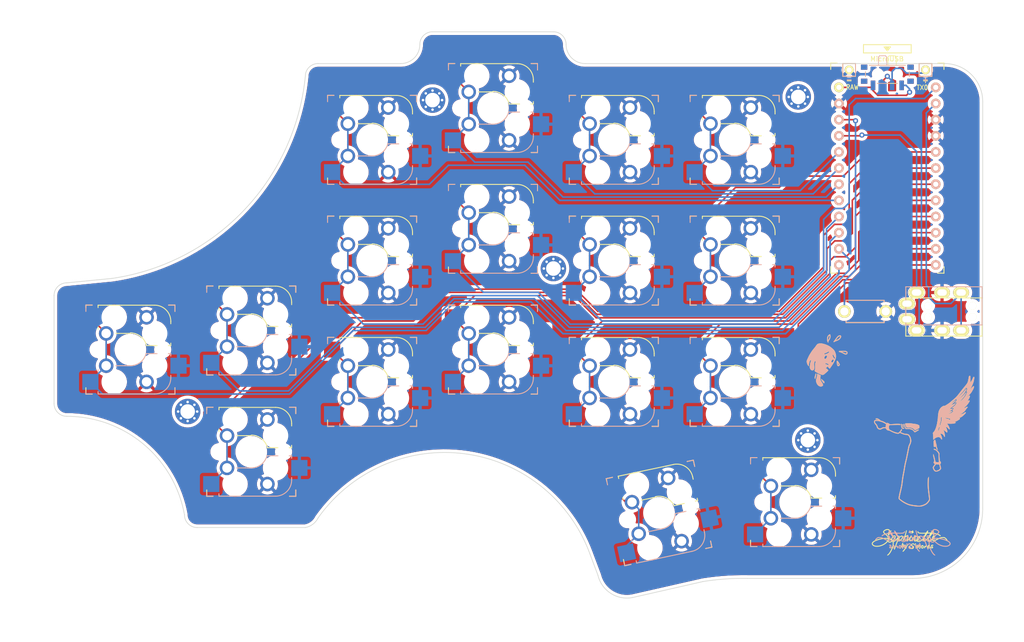
<source format=kicad_pcb>
(kicad_pcb (version 20211014) (generator pcbnew)
  (title_block (title "The Sephirette") (date "2022-01-02") (rev "1"))
  (layers (0 "F.Cu" signal) (31 "B.Cu" signal) (34 "B.Paste" user) (35 "F.Paste" user) (36 "B.SilkS" user "B.Silkscreen") (37 "F.SilkS" user "F.Silkscreen") (38 "B.Mask" user) (39 "F.Mask" user) (44 "Edge.Cuts" user))
  (net 0 "")
  (net 1 "bat+")
  (net 2 "gnd")
  (net 3 "K0")
  (net 4 "K5")
  (net 5 "K10")
  (net 6 "K1")
  (net 7 "K6")
  (net 8 "K11")
  (net 9 "K2")
  (net 10 "K7")
  (net 11 "K12")
  (net 12 "K3")
  (net 13 "K8")
  (net 14 "K13")
  (net 15 "K15")
  (net 16 "K4")
  (net 17 "K9")
  (net 18 "K14")
  (net 19 "K16")
  (net 20 "reset")
  (net 22 "raw")
  (net 23 "vcc")
  (net 26 "K17")
  (footprint "keyswitches:Kailh_socket_MX_optional_reversible" (layer "F.Cu") (at 99.5 101.83)
    (fp_text reference "SW11" hide)
    (fp_text value "SW_Push" hide)
  )
  (footprint "kbd:MJ-4PP-9" (layer "F.Cu") (at 214.4 80.625 -90)
    (fp_text reference "J0" hide)
    (fp_text value "AudioJack4dpb" hide)
  )
  (footprint "art:sephirette-paste" (layer "F.Cu") (at 201 98)
    (fp_text reference "G***" hide)
    (fp_text value "LOGO" hide)
  )
  (footprint "keyswitches:Kailh_socket_MX_optional_reversible" (layer "F.Cu") (at 175.5 90.83)
    (fp_text reference "SW15" hide)
    (fp_text value "SW_Push" hide)
  )
  (footprint "keyswitches:Kailh_socket_MX_optional_reversible" (layer "F.Cu") (at 156.5 90.83)
    (fp_text reference "SW14" hide)
    (fp_text value "SW_Push" hide)
  )
  (footprint "kbd:ResetSW" (layer "F.Cu") (at 196 79.75 180)
    (fp_text reference "SW18" hide)
    (fp_text value "SW_Push" hide)
  )
  (footprint "kbd:M2_HOLE_v3" (layer "F.Cu") (at 185.5 46)
    (fp_text reference "Ref**" hide)
    (fp_text value "Val**" hide)
  )
  (footprint "art:sephirette-silk" (layer "F.Cu") (at 201 98)
    (fp_text reference "G***" hide)
    (fp_text value "LOGO" hide)
  )
  (footprint "keyswitches:Kailh_socket_MX_optional_reversible" (layer "F.Cu") (at 99.5 82.75)
    (fp_text reference "SW6" hide)
    (fp_text value "SW_Push" hide)
  )
  (footprint "kbd:M2_HOLE_v3" (layer "F.Cu") (at 128 46.5)
    (fp_text reference "Ref**" hide)
    (fp_text value "Val**" hide)
  )
  (footprint "kbd:M2_HOLE_v3" (layer "F.Cu") (at 187 100)
    (fp_text reference "Ref**" hide)
    (fp_text value "Val**" hide)
  )
  (footprint "keyswitches:Kailh_socket_MX_optional_reversible" (layer "F.Cu") (at 156.5 71.75)
    (fp_text reference "SW9" hide)
    (fp_text value "SW_Push" hide)
  )
  (footprint "keyswitches:Kailh_socket_MX_optional_reversible" (layer "F.Cu") (at 118.5 52.75)
    (fp_text reference "SW1" hide)
    (fp_text value "SW_Push" hide)
  )
  (footprint "kbd:1pin_conn" (layer "F.Cu") (at 205.5 41.75)
    (fp_text reference "+")
    (fp_text value "MountingHole_Pad" hide)
  )
  (footprint "kbd:ProMicro_v3.5" (layer "F.Cu") (at 199.5 58.975)
    (fp_text reference "U1" hide)
    (fp_text value "ProMicro_r" hide)
  )
  (footprint "keyswitches:Kailh_socket_MX_optional_reversible" (layer "F.Cu") (at 163.611285 111.45 12)
    (fp_text reference "SW16" hide)
    (fp_text value "SW_Push" hide)
  )
  (footprint "Button_Switch_SMD:SW_SPDT_PCM12" (layer "F.Cu") (at 199.5 42.75 180)
    (fp_text reference "SW19" hide)
    (fp_text value "SW_SPDT" hide)
  )
  (footprint "keyswitches:Kailh_socket_MX_optional_reversible" (layer "F.Cu") (at 80.5 85.75)
    (fp_text reference "SW5" hide)
    (fp_text value "SW_Push" hide)
  )
  (footprint "art:sephirette-silk" (layer "F.Cu") (at 201 98)
    (fp_text reference "G***" hide)
    (fp_text value "LOGO" hide)
  )
  (footprint "kbd:M2_HOLE_v3" (layer "F.Cu") (at 89.5 95.5)
    (fp_text reference "Ref**" hide)
    (fp_text value "Val**" hide)
  )
  (footprint "keyswitches:Kailh_socket_MX_optional_reversible" (layer "F.Cu") (at 175.5 52.75)
    (fp_text reference "SW4" hide)
    (fp_text value "SW_Push" hide)
  )
  (footprint "kbd:M2_HOLE_v3" (layer "F.Cu") (at 147 73)
    (fp_text reference "Ref**" hide)
    (fp_text value "Val**" hide)
  )
  (footprint "kbd:1pin_conn" (layer "F.Cu") (at 193.5 41.75)
    (fp_text reference "-")
    (fp_text value "MountingHole_Pad" hide)
  )
  (footprint "keyswitches:Kailh_socket_MX_optional_reversible" (layer "F.Cu") (at 185 109.75)
    (fp_text reference "SW17" hide)
    (fp_text value "SW_Push" hide)
  )
  (footprint "keyswitches:Kailh_socket_MX_optional_reversible" (layer "F.Cu") (at 118.5 90.83)
    (fp_text reference "SW12" hide)
    (fp_text value "SW_Push" hide)
  )
  (footprint "art:sephirette-paste" (layer "F.Cu") (at 201 98)
    (fp_text reference "G***" hide)
    (fp_text value "LOGO" hide)
  )
  (footprint "art:sephirette-title" (layer "F.Cu") (at 201.450057 98.095998)
    (fp_text reference "G***" hide)
    (fp_text value "LOGO" hide)
  )
  (footprint "keyswitches:Kailh_socket_MX_optional_reversible" (layer "F.Cu") (at 137.5 47.75)
    (fp_text reference "SW2" hide)
    (fp_text value "SW_Push" hide)
  )
  (footprint "keyswitches:Kailh_socket_MX_optional_reversible" (layer "F.Cu") (at 118.5 71.75)
    (fp_text reference "SW7" hide)
    (fp_text value "SW_Push" hide)
  )
  (footprint "keyswitches:Kailh_socket_MX_optional_reversible" (layer "F.Cu") (at 175.5 71.75)
    (fp_text reference "SW10" hide)
    (fp_text value "SW_Push" hide)
  )
  (footprint "keyswitches:Kailh_socket_MX_optional_reversible" (layer "F.Cu") (at 156.5 52.75)
    (fp_text reference "SW3" hide)
    (fp_text value "SW_Push" hide)
  )
  (footprint "keyswitches:Kailh_socket_MX_optional_reversible" (layer "F.Cu") (at 137.5 66.75)
    (fp_text reference "SW8" hide)
    (fp_text value "SW_Push" hide)
  )
  (footprint "keyswitches:Kailh_socket_MX_optional_reversible" (layer "F.Cu") (at 137.5 85.75)
    (fp_text reference "SW13" hide)
    (fp_text value "SW_Push" hide)
  )
  (footprint "Button_Switch_SMD:SW_SPDT_PCM12" (layer "B.Cu") (at 199.5 42.75)
    (fp_text reference "SW20" hide)
    (fp_text value "SW_SPDT" hide)
  )
  (footprint "art:sephirette-title" (layer "B.Cu") (at 205.049944 98.095998 180)
    (fp_text reference "G***" hide)
    (fp_text value "LOGO" hide)
  )
  (gr_line (start 131 35.75) (end 128 35.75) (layer "Edge.Cuts") (width 0.1))
  (gr_arc (start 108 42.75) (mid 108.585786 41.335786) (end 110 40.75) (layer "Edge.Cuts") (width 0.1))
  (gr_arc (start 70.5 96.25) (mid 82.567518 100.637156) (end 89 111.75) (layer "Edge.Cuts") (width 0.1))
  (gr_line (start 77.609825 74.554244) (end 70.5 75.25) (layer "Edge.Cuts") (width 0.1))
  (gr_line (start 193.5 121.75) (end 177.5 121.75) (layer "Edge.Cuts") (width 0.1))
  (gr_line (start 68.5 94.25) (end 68.5 77.25) (layer "Edge.Cuts") (width 0.1))
  (gr_line (start 147 35.75) (end 131 35.75) (layer "Edge.Cuts") (width 0.1))
  (gr_line (start 214.5 46.75) (end 214.5 110.75) (layer "Edge.Cuts") (width 0.1))
  (gr_arc (start 110 112.25) (mid 133.055525 102.147309) (end 152.7247 117.855434) (layer "Edge.Cuts") (width 0.1))
  (gr_arc (start 91 113.75) (mid 89.585786 113.164214) (end 89 111.75) (layer "Edge.Cuts") (width 0.1))
  (gr_arc (start 126 37.75) (mid 125.12132 39.87132) (end 123 40.75) (layer "Edge.Cuts") (width 0.1))
  (gr_arc (start 208.5 40.75) (mid 212.742641 42.507359) (end 214.5 46.75) (layer "Edge.Cuts") (width 0.1))
  (gr_arc (start 70.5 96.25) (mid 69.085786 95.664214) (end 68.5 94.25) (layer "Edge.Cuts") (width 0.1))
  (gr_arc (start 147 35.75) (mid 148.414214 36.335786) (end 149 37.75) (layer "Edge.Cuts") (width 0.1))
  (gr_arc (start 107.999999 42.75) (mid 98.29083 63.894127) (end 77.609825 74.554244) (layer "Edge.Cuts") (width 0.1))
  (gr_arc (start 68.5 77.25) (mid 69.085786 75.835786) (end 70.5 75.25) (layer "Edge.Cuts") (width 0.1))
  (gr_arc (start 126 37.75) (mid 126.585786 36.335786) (end 128 35.75) (layer "Edge.Cuts") (width 0.1))
  (gr_arc (start 152 40.75) (mid 149.87868 39.87132) (end 149 37.75) (layer "Edge.Cuts") (width 0.1))
  (gr_arc (start 159.5 124.75) (mid 156.040103 124.115553) (end 154 121.25) (layer "Edge.Cuts") (width 0.1))
  (gr_line (start 152 40.75) (end 208.5 40.75) (layer "Edge.Cuts") (width 0.1))
  (gr_line (start 159.5 124.75) (end 170.5 122.25) (layer "Edge.Cuts") (width 0.1))
  (gr_line (start 152.7247 117.855434) (end 154 121.25) (layer "Edge.Cuts") (width 0.1))
  (gr_line (start 91 113.75) (end 108 113.75) (layer "Edge.Cuts") (width 0.1))
  (gr_line (start 123 40.75) (end 110 40.75) (layer "Edge.Cuts") (width 0.1))
  (gr_line (start 203.5 121.75) (end 193.5 121.75) (layer "Edge.Cuts") (width 0.1))
  (gr_arc (start 170.5 122.25) (mid 173.989253 121.849546) (end 177.5 121.75) (layer "Edge.Cuts") (width 0.1))
  (gr_arc (start 214.5 110.75) (mid 211.278175 118.528175) (end 203.5 121.75) (layer "Edge.Cuts") (width 0.1))
  (gr_arc (start 109.999999 112.25) (mid 109.17705 113.236068) (end 108 113.75) (layer "Edge.Cuts") (width 0.1))
  (gr_text "-" (at 193.5 43.25) (layer "B.SilkS") (effects (font (size 0.8128 0.8128)) (justify mirror)))
  (gr_text "+" (at 205.494759 43.236042) (layer "B.SilkS") (effects (font (size 0.8128 0.8128)) (justify mirror)))
  (segment (start 198.75 43.5) (end 199.5 42.75) (width 0.25) (layer "F.Cu") (net 1))
  (segment (start 198.75 44.18) (end 198.75 43.5) (width 0.25) (layer "F.Cu") (net 1))
  (via (at 199.5 42.75) (size 0.8) (drill 0.4) (layers "F.Cu" "B.Cu") (net 1))
  (segment (start 205 42.25) (end 205.5 41.75) (width 0.25) (layer "B.Cu") (net 1))
  (segment (start 200.25 44.18) (end 200.25 42) (width 0.25) (layer "B.Cu") (net 1))
  (segment (start 200.75 41.5) (end 201.75 41.5) (width 0.25) (layer "B.Cu") (net 1))
  (segment (start 200.25 42) (end 200.75 41.5) (width 0.25) (layer "B.Cu") (net 1))
  (segment (start 201.75 41.5) (end 202.5 42.25) (width 0.25) (layer "B.Cu") (net 1))
  (segment (start 199.5 42.75) (end 200.25 43.5) (width 0.25) (layer "B.Cu") (net 1))
  (segment (start 200.25 43.5) (end 200.25 44.18) (width 0.25) (layer "B.Cu") (net 1))
  (segment (start 202.5 42.25) (end 205 42.25) (width 0.25) (layer "B.Cu") (net 1))
  (segment (start 112.21 47.73) (end 114.69 50.21) (width 0.25) (layer "F.Cu") (net 3))
  (segment (start 112.21 47.67) (end 112.21 47.73) (width 0.25) (layer "F.Cu") (net 3))
  (segment (start 112.21 57.83) (end 112.21 57.77) (width 0.25) (layer "B.Cu") (net 3))
  (segment (start 148.027 62.277) (end 191.8914 62.277) (width 0.25) (layer "B.Cu") (net 3))
  (segment (start 127.5 59.75) (end 130.5 56.75) (width 0.25) (layer "B.Cu") (net 3))
  (segment (start 130.5 56.75) (end 142.5 56.75) (width 0.25) (layer "B.Cu") (net 3))
  (segment (start 142.5 56.75) (end 148.027 62.277) (width 0.25) (layer "B.Cu") (net 3))
  (segment (start 112.21 57.77) (end 114.69 55.29) (width 0.25) (layer "B.Cu") (net 3))
  (segment (start 114.13 59.75) (end 127.5 59.75) (width 0.25) (layer "B.Cu") (net 3))
  (segment (start 114.69 55.29) (end 114.69 50.21) (width 0.25) (layer "B.Cu") (net 3))
  (segment (start 112.21 57.83) (end 114.13 59.75) (width 0.25) (layer "B.Cu") (net 3))
  (segment (start 93.21 77.67) (end 93.21 77.73) (width 0.25) (layer "F.Cu") (net 4))
  (segment (start 93.21 77.73) (end 95.69 80.21) (width 0.25) (layer "F.Cu") (net 4))
  (segment (start 183 82.75) (end 191.8914 73.8586) (width 0.25) (layer "B.Cu") (net 4))
  (segment (start 95.69 85.29) (end 95.69 80.21) (width 0.25) (layer "B.Cu") (net 4))
  (segment (start 144 77.75) (end 149 82.75) (width 0.25) (layer "B.Cu") (net 4))
  (segment (start 149 82.75) (end 183 82.75) (width 0.25) (layer "B.Cu") (net 4))
  (segment (start 191.8914 73.8586) (end 191.8914 72.437) (width 0.25) (layer "B.Cu") (net 4))
  (segment (start 131.364282 77.75) (end 144 77.75) (width 0.25) (layer "B.Cu") (net 4))
  (segment (start 93.21 87.83) (end 93.21 87.77) (width 0.25) (layer "B.Cu") (net 4))
  (segment (start 115.364282 82.25) (end 126.864282 82.25) (width 0.25) (layer "B.Cu") (net 4))
  (segment (start 105.364282 92.25) (end 115.364282 82.25) (width 0.25) (layer "B.Cu") (net 4))
  (segment (start 93.21 87.77) (end 95.69 85.29) (width 0.25) (layer "B.Cu") (net 4))
  (segment (start 93.21 87.83) (end 97.63 92.25) (width 0.25) (layer "B.Cu") (net 4))
  (segment (start 126.864282 82.25) (end 131.364282 77.75) (width 0.25) (layer "B.Cu") (net 4))
  (segment (start 97.63 92.25) (end 105.364282 92.25) (width 0.25) (layer "B.Cu") (net 4))
  (segment (start 193.5 65.95) (end 193.5 59.65) (width 0.25) (layer "F.Cu") (net 5))
  (segment (start 113.5 80.75) (end 124.5 80.75) (width 0.25) (layer "F.Cu") (net 5))
  (segment (start 93.21 96.75) (end 93.5 96.75) (width 0.25) (layer "F.Cu") (net 5))
  (segment (start 193.5 59.65) (end 195.953 57.197) (width 0.25) (layer "F.Cu") (net 5))
  (segment (start 93.5 96.75) (end 99.5 90.75) (width 0.25) (layer "F.Cu") (net 5))
  (segment (start 93.21 96.75) (end 93.21 96.81) (width 0.25) (layer "F.Cu") (net 5))
  (segment (start 154 79.75) (end 182.5 79.75) (width 0.25) (layer "F.Cu") (net 5))
  (segment (start 93.21 96.81) (end 95.69 99.29) (width 0.25) (layer "F.Cu") (net 5))
  (segment (start 150.5 76.25) (end 154 79.75) (width 0.25) (layer "F.Cu") (net 5))
  (segment (start 195.953 57.197) (end 207.1114 57.197) (width 0.25) (layer "F.Cu") (net 5))
  (segment (start 191.2 66.05) (end 193.4 66.05) (width 0.25) (layer "F.Cu") (net 5))
  (segment (start 103.5 90.75) (end 113.5 80.75) (width 0.25) (layer "F.Cu") (net 5))
  (segment (start 124.5 80.75) (end 129 76.25) (width 0.25) (layer "F.Cu") (net 5))
  (segment (start 189.5 67.75) (end 191.2 66.05) (width 0.25) (layer "F.Cu") (net 5))
  (segment (start 99.5 90.75) (end 103.5 90.75) (width 0.25) (layer "F.Cu") (net 5))
  (segment (start 193.4 66.05) (end 193.5 65.95) (width 0.25) (layer "F.Cu") (net 5))
  (segment (start 129 76.25) (end 150.5 76.25) (width 0.25) (layer "F.Cu") (net 5))
  (segment (start 182.5 79.75) (end 189.5 72.75) (width 0.25) (layer "F.Cu") (net 5))
  (segment (start 189.5 72.75) (end 189.5 67.75) (width 0.25) (layer "F.Cu") (net 5))
  (segment (start 93.21 106.85) (end 95.69 104.37) (width 0.25) (layer "B.Cu") (net 5))
  (segment (start 93.21 106.91) (end 93.21 106.85) (width 0.25) (layer "B.Cu") (net 5))
  (segment (start 95.69 104.37) (end 95.69 99.29) (width 0.25) (layer "B.Cu") (net 5))
  (segment (start 131.21 42.67) (end 131.21 42.73) (width 0.25) (layer "F.Cu") (net 6))
  (segment (start 131.21 42.73) (end 133.69 45.21) (width 0.25) (layer "F.Cu") (net 6))
  (segment (start 134.63 56.25) (end 143 56.25) (width 0.25) (layer "B.Cu") (net 6))
  (segment (start 131.21 52.77) (end 133.69 50.29) (width 0.25) (layer "B.Cu") (net 6))
  (segment (start 148.5 61.75) (end 189.8784 61.75) (width 0.25) (layer "B.Cu") (net 6))
  (segment (start 133.69 50.29) (end 133.69 45.21) (width 0.25) (layer "B.Cu") (net 6))
  (segment (start 143 56.25) (end 148.5 61.75) (width 0.25) (layer "B.Cu") (net 6))
  (segment (start 131.21 52.83) (end 131.21 52.77) (width 0.25) (layer "B.Cu") (net 6))
  (segment (start 189.8784 61.75) (end 191.8914 59.737) (width 0.25) (layer "B.Cu") (net 6))
  (segment (start 131.21 52.83) (end 134.63 56.25) (width 0.25) (layer "B.Cu") (net 6))
  (segment (start 112.21 66.67) (end 112.21 66.73) (width 0.25) (layer "F.Cu") (net 7))
  (segment (start 112.21 66.73) (end 114.69 69.21) (width 0.25) (layer "F.Cu") (net 7))
  (segment (start 112.21 76.83) (end 117.13 81.75) (width 0.25) (layer "B.Cu") (net 7))
  (segment (start 149.5 82.25) (end 182.5 82.25) (width 0.25) (layer "B.Cu") (net 7))
  (segment (start 190.5 74.25) (end 190.5 68.7484) (width 0.25) (layer "B.Cu") (net 7))
  (segment (start 126.5 81.75) (end 131 77.25) (width 0.25) (layer "B.Cu") (net 7))
  (segment (start 117.13 81.75) (end 126.5 81.75) (width 0.25) (layer "B.Cu") (net 7))
  (segment (start 131 77.25) (end 144.5 77.25) (width 0.25) (layer "B.Cu") (net 7))
  (segment (start 112.21 76.77) (end 114.69 74.29) (width 0.25) (layer "B.Cu") (net 7))
  (segment (start 144.5 77.25) (end 149.5 82.25) (width 0.25) (layer "B.Cu") (net 7))
  (segment (start 190.5 68.7484) (end 191.8914 67.357) (width 0.25) (layer "B.Cu") (net 7))
  (segment (start 182.5 82.25) (end 190.5 74.25) (width 0.25) (layer "B.Cu") (net 7))
  (segment (start 112.21 76.83) (end 112.21 76.77) (width 0.25) (layer "B.Cu") (net 7))
  (segment (start 114.69 74.29) (end 114.69 69.21) (width 0.25) (layer "B.Cu") (net 7))
  (segment (start 196.513 59.737) (end 207.1114 59.737) (width 0.25) (layer "F.Cu") (net 8))
  (segment (start 129.5 76.75) (end 150.364282 76.75) (width 0.25) (layer "F.Cu") (net 8))
  (segment (start 190 69.884862) (end 191.234862 68.65) (width 0.25) (layer "F.Cu") (net 8))
  (segment (start 117 81.25) (end 125 81.25) (width 0.25) (layer "F.Cu") (net 8))
  (segment (start 191.234862 68.65) (end 192.8 68.65) (width 0.25) (layer "F.Cu") (net 8))
  (segment (start 194 67.45) (end 194 62.25) (width 0.25) (layer "F.Cu") (net 8))
  (segment (start 112.5 85.75) (end 117 81.25) (width 0.25) (layer "F.Cu") (net 8))
  (segment (start 125 81.25) (end 129.5 76.75) (width 0.25) (layer "F.Cu") (net 8))
  (segment (start 150.364282 76.75) (end 153.813803 80.19952) (width 0.25) (layer "F.Cu") (net 8))
  (segment (start 190 73.25) (end 190 69.884862) (width 0.25) (layer "F.Cu") (net 8))
  (segment (start 112.21 85.81) (end 114.69 88.29) (width 0.25) (layer "F.Cu") (net 8))
  (segment (start 194 62.25) (end 196.513 59.737) (width 0.25) (layer "F.Cu") (net 8))
  (segment (start 192.8 68.65) (end 194 67.45) (width 0.25) (layer "F.Cu") (net 8))
  (segment (start 112.21 85.75) (end 112.21 85.81) (width 0.25) (layer "F.Cu") (net 8))
  (segment (start 183.05048 80.19952) (end 190 73.25) (width 0.25) (layer "F.Cu") (net 8))
  (segment (start 112.21 85.75) (end 112.5 85.75) (width 0.25) (layer "F.Cu") (net 8))
  (segment (start 153.813803 80.19952) (end 183.05048 80.19952) (width 0.25) (layer "F.Cu") (net 8))
  (segment (start 114.69 93.37) (end 114.69 88.29) (width 0.25) (layer "B.Cu") (net 8))
  (segment (start 112.21 95.85) (end 114.69 93.37) (width 0.25) (layer "B.Cu") (net 8))
  (segment (start 112.21 95.91) (end 112.21 95.85) (width 0.25) (layer "B.Cu") (net 8))
  (segment (start 150.21 47.67) (end 150.21 47.73) (width 0.25) (layer "F.Cu") (net 9))
  (segment (start 150.21 47.73) (end 152.69 50.21) (width 0.25) (layer "F.Cu") (net 9))
  (segment (start 150.21 57.83) (end 150.21 57.77) (width 0.25) (layer "B.Cu") (net 9))
  (segment (start 153.5 61.25) (end 187.8384 61.25) (width 0.25) (layer "B.Cu") (net 9))
  (segment (start 150.21 57.96) (end 153.5 61.25) (width 0.25) (layer "B.Cu") (net 9))
  (segment (start 187.8384 61.25) (end 191.8914 57.197) (width 0.25) (layer "B.Cu") (net 9))
  (segment (start 150.21 57.83) (end 150.21 57.96) (width 0.25) (layer "B.Cu") (net 9))
  (segment (start 150.21 57.77) (end 152.69 55.29) (width 0.25) (layer "B.Cu") (net 9))
  (segment (start 152.69 55.29) (end 152.69 50.21) (width 0.25) (layer "B.Cu") (net 9))
  (segment (start 131.21 61.67) (end 131.21 61.73) (width 0.25) (layer "F.Cu") (net 10))
  (segment (start 131.21 61.73) (end 133.69 64.21) (width 0.25) (layer "F.Cu") (net 10))
  (segment (start 182 81.75) (end 189.932141 73.817859) (width 0.25) (layer "B.Cu") (net 10))
  (segment (start 131.21 71.83) (end 131.21 71.96) (width 0.25) (layer "B.Cu") (net 10))
  (segment (start 133.69 69.29) (end 133.69 64.21) (width 0.25) (layer "B.Cu") (net 10))
  (segment (start 191.8914 64.817) (end 189.932141 66.776259) (width 0.25) (layer "B.Cu") (net 10))
  (segment (start 144.635718 76.75) (end 149.635718 81.75) (width 0.25) (layer "B.Cu") (net 10))
  (segment (start 149.635718 81.75) (end 182 81.75) (width 0.25) (layer "B.Cu") (net 10))
  (segment (start 131.21 71.77) (end 133.69 69.29) (width 0.25) (layer "B.Cu") (net 10))
  (segment (start 131.21 71.96) (end 136 76.75) (width 0.25) (layer "B.Cu") (net 10))
  (segment (start 189.932141 73.817859) (end 189.932141 66.776259) (width 0.25) (layer "B.Cu") (net 10))
  (segment (start 136 76.75) (end 144.635718 76.75) (width 0.25) (layer "B.Cu") (net 10))
  (segment (start 131.21 71.83) (end 131.21 71.77) (width 0.25) (layer "B.Cu") (net 10))
  (segment (start 183.5 80.75) (end 153.728564 80.75) (width 0.25) (layer "F.Cu") (net 11))
  (segment (start 190.5 73.75) (end 190.5 71.75) (width 0.25) (layer "F.Cu") (net 11))
  (segment (start 191.1 71.15) (end 193 71.15) (width 0.25) (layer "F.Cu") (net 11))
  (segment (start 193 71.15) (end 194.5 69.65) (width 0.25) (layer "F.Cu") (net 11))
  (segment (start 183.5 80.75) (end 190.5 73.75) (width 0.25) (layer "F.Cu") (net 11))
  (segment (start 131.21 80.73) (end 133.69 83.21) (width 0.25) (layer "F.Cu") (net 11))
  (segment (start 194.5 69.65) (end 194.5 64.75) (width 0.25) (layer "F.Cu") (net 11))
  (segment (start 131.21 80.67) (end 131.21 80.73) (width 0.25) (layer "F.Cu") (net 11))
  (segment (start 150.228564 77.25) (end 153.728564 80.75) (width 0.25) (layer "F.Cu") (net 11))
  (segment (start 194.5 64.75) (end 196.973 62.277) (width 0.25) (layer "F.Cu") (net 11))
  (segment (start 190.5 71.75) (end 191.1 71.15) (width 0.25) (layer "F.Cu") (net 11))
  (segment (start 196.973 62.277) (end 207.1114 62.277) (width 0.25) (layer "F.Cu") (net 11))
  (segment (start 134.63 77.25) (end 150.228564 77.25) (width 0.25) (layer "F.Cu") (net 11))
  (segment (start 131.21 80.67) (end 134.63 77.25) (width 0.25) (layer "F.Cu") (net 11))
  (segment (start 131.21 90.83) (end 131.21 90.77) (width 0.25) (layer "B.Cu") (net 11))
  (segment (start 133.69 88.29) (end 133.69 83.21) (width 0.25) (layer "B.Cu") (net 11))
  (segment (start 131.21 90.77) (end 133.69 88.29) (width 0.25) (layer "B.Cu") (net 11))
  (segment (start 169.21 47.67) (end 169.21 47.73) (width 0.25) (layer "F.Cu") (net 12))
  (segment (start 169.21 47.73) (end 171.69 50.21) (width 0.25) (layer "F.Cu") (net 12))
  (segment (start 169.21 57.77) (end 171.69 55.29) (width 0.25) (layer "B.Cu") (net 12))
  (segment (start 185.7984 60.75) (end 191.8914 54.657) (width 0.25) (layer "B.Cu") (net 12))
  (segment (start 169.21 57.96) (end 172 60.75) (width 0.25) (layer "B.Cu") (net 12))
  (segment (start 171.69 55.29) (end 171.69 50.21) (width 0.25) (layer "B.Cu") (net 12))
  (segment (start 169.21 57.83) (end 169.21 57.96) (width 0.25) (layer "B.Cu") (net 12))
  (segment (start 169.21 57.83) (end 169.21 57.77) (width 0.25) (layer "B.Cu") (net 12))
  (segment (start 172 60.75) (end 185.7984 60.75) (width 0.25) (layer "B.Cu") (net 12))
  (segment (start 150.21 66.73) (end 152.69 69.21) (width 0.25) (layer "F.Cu") (net 13))
  (segment (start 150.21 66.67) (end 150.21 66.73) (width 0.25) (layer "F.Cu") (net 13))
  (segment (start 181.5 81.25) (end 189.482621 73.267379) (width 0.25) (layer "B.Cu") (net 13))
  (segment (start 150.21 76.83) (end 150.21 76.77) (width 0.25) (layer "B.Cu") (net 13))
  (segment (start 152.69 74.29) (end 152.69 69.21) (width 0.25) (layer "B.Cu") (net 13))
  (segment (start 194.5 46.25) (end 205.3584 46.25) (width 0.25) (layer "B.Cu") (net 13))
  (segment (start 191.2 63.55) (end 192.6 63.55) (width 0.25) (layer "B.Cu") (net 13))
  (segment (start 154.63 81.25) (end 181.5 81.25) (width 0.25) (layer "B.Cu") (net 13))
  (segment (start 150.21 76.77) (end 152.69 74.29) (width 0.25) (layer "B.Cu") (net 13))
  (segment (start 192.6 63.55) (end 193.5 62.65) (width 0.25) (layer "B.Cu") (net 13))
  (segment (start 189.482621 73.267379) (end 189.482621 65.267379) (width 0.25) (layer "B.Cu") (net 13))
  (segment (start 193.5 47.25) (end 194.5 46.25) (width 0.25) (layer "B.Cu") (net 13))
  (segment (start 150.21 76.83) (end 154.63 81.25) (width 0.25) (layer "B.Cu") (net 13))
  (segment (start 205.3584 46.25) (end 207.1114 44.497) (width 0.25) (layer "B.Cu") (net 13))
  (segment (start 189.482621 65.267379) (end 191.2 63.55) (width 0.25) (layer "B.Cu") (net 13))
  (segment (start 193.5 62.65) (end 193.5 47.25) (width 0.25) (layer "B.Cu") (net 13))
  (segment (start 184 81.25) (end 191.5 73.75) (width 0.25) (layer "F.Cu") (net 14))
  (segment (start 197.433 64.817) (end 207.1114 64.817) (width 0.25) (layer "F.Cu") (net 14))
  (segment (start 150.21 85.75) (end 154.71 81.25) (width 0.25) (layer "F.Cu") (net 14))
  (segment (start 150.21 85.81) (end 152.69 88.29) (width 0.25) (layer "F.Cu") (net 14))
  (segment (start 191.5 73.75) (end 193 73.75) (width 0.25) (layer "F.Cu") (net 14))
  (segment (start 150.21 85.75) (end 150.21 85.81) (width 0.25) (layer "F.Cu") (net 14))
  (segment (start 193 73.75) (end 195 71.75) (width 0.25) (layer "F.Cu") (net 14))
  (segment (start 195 71.75) (end 195 67.25) (width 0.25) (layer "F.Cu") (net 14))
  (segment (start 195 67.25) (end 197.433 64.817) (width 0.25) (layer "F.Cu") (net 14))
  (segment (start 154.71 81.25) (end 184 81.25) (width 0.25) (layer "F.Cu") (net 14))
  (segment (start 150.21 95.91) (end 150.21 95.85) (width 0.25) (layer "B.Cu") (net 14))
  (segment (start 150.21 95.85) (end 152.69 93.37) (width 0.25) (layer "B.Cu") (net 14))
  (segment (start 152.69 93.37) (end 152.69 88.29) (width 0.25) (layer "B.Cu") (net 14))
  (segment (start 194 74.75) (end 192.5 74.75) (width 0.25) (layer "F.Cu") (net 15))
  (segment (start 158.371419 109.757649) (end 159.356447 109.757649) (width 0.25) (layer "F.Cu") (net 15))
  (segment (start 185.5 96.75) (end 180.5 101.75) (width 0.25) (layer "F.Cu") (net 15))
  (segment (start 207.1114 69.897) (end 198.853 69.897) (width 0.25) (layer "F.Cu") (net 15))
  (segment (start 192.5 74.75) (end 185.5 81.75) (width 0.25) (layer "F.Cu") (net 15))
  (segment (start 198.853 69.897) (end 194 74.75) (width 0.25) (layer "F.Cu") (net 15))
  (segment (start 180.5 101.75) (end 170 101.75) (width 0.25) (layer "F.Cu") (net 15))
  (segment (start 185.5 81.75) (end 185.5 96.75) (width 0.25) (layer "F.Cu") (net 15))
  (segment (start 156.402545 107.788775) (end 158.371419 109.757649) (width 0.25) (layer "F.Cu") (net 15))
  (segment (start 160.44132 103.75) (end 156.402545 107.788775) (width 0.25) (layer "F.Cu") (net 15))
  (segment (start 168 103.75) (end 160.44132 103.75) (width 0.25) (layer "F.Cu") (net 15))
  (segment (start 170 101.75) (end 168 103.75) (width 0.25) (layer "F.Cu") (net 15))
  (segment (start 160.412638 114.726638) (end 160.412638 110.81384) (width 0.25) (layer "B.Cu") (net 15))
  (segment (start 158.514928 117.726754) (end 158.514928 116.624348) (width 0.25) (layer "B.Cu") (net 15))
  (segment (start 160.412638 110.81384) (end 159.356447 109.757649) (width 0.25) (layer "B.Cu") (net 15))
  (segment (start 158.514928 116.624348) (end 160.412638 114.726638) (width 0.25) (layer "B.Cu") (net 15))
  (segment (start 74.21 80.67) (end 74.21 80.73) (width 0.25) (layer "F.Cu") (net 16))
  (segment (start 74.21 80.73) (end 76.69 83.21) (width 0.25) (layer "F.Cu") (net 16))
  (segment (start 143.5 78.25) (end 148.5 83.25) (width 0.25) (layer "B.Cu") (net 16))
  (segment (start 76.13 92.75) (end 105.5 92.75) (width 0.25) (layer "B.Cu") (net 16))
  (segment (start 74.21 90.77) (end 76.69 88.29) (width 0.25) (layer "B.Cu") (net 16))
  (segment (start 193.5 73.25) (end 193.5 71.5056) (width 0.25) (layer "B.Cu") (net 16))
  (segment (start 115.5 82.75) (end 127 82.75) (width 0.25) (layer "B.Cu") (net 16))
  (segment (start 74.21 90.83) (end 74.21 90.77) (width 0.25) (layer "B.Cu") (net 16))
  (segment (start 74.21 90.83) (end 76.13 92.75) (width 0.25) (layer "B.Cu") (net 16))
  (segment (start 76.69 88.29) (end 76.69 83.21) (width 0.25) (layer "B.Cu") (net 16))
  (segment (start 131.5 78.25) (end 143.5 78.25) (width 0.25) (layer "B.Cu") (net 16))
  (segment (start 183.5 83.25) (end 193.5 73.25) (width 0.25) (layer "B.Cu") (net 16))
  (segment (start 127 82.75) (end 131.5 78.25) (width 0.25) (layer "B.Cu") (net 16))
  (segment (start 148.5 83.25) (end 183.5 83.25) (width 0.25) (layer "B.Cu") (net 16))
  (segment (start 105.5 92.75) (end 115.5 82.75) (width 0.25) (layer "B.Cu") (net 16))
  (segment (start 193.5 71.5056) (end 191.8914 69.897) (width 0.25) (layer "B.Cu") (net 16))
  (segment (start 192.6 58.45) (end 196.393 54.657) (width 0.25) (layer "F.Cu") (net 17))
  (segment (start 169.21 66.73) (end 171.69 69.21) (width 0.25) (layer "F.Cu") (net 17))
  (segment (start 182.5 60.25) (end 184.3 58.45) (width 0.25) (layer "F.Cu") (net 17))
  (segment (start 175.63 60.25) (end 182.5 60.25) (width 0.25) (layer "F.Cu") (net 17))
  (segment (start 196.393 54.657) (end 207.1114 54.657) (width 0.25) (layer "F.Cu") (net 17))
  (segment (start 169.21 66.67) (end 169.21 66.73) (width 0.25) (layer "F.Cu") (net 17))
  (segment (start 184.3 58.45) (end 192.6 58.45) (width 0.25) (layer "F.Cu") (net 17))
  (segment (start 169.21 66.67) (end 175.63 60.25) (width 0.25) (layer "F.Cu") (net 17))
  (segment (start 169.21 76.83) (end 169.21 76.77) (width 0.25) (layer "B.Cu") (net 17))
  (segment (start 169.21 76.77) (end 171.69 74.29) (width 0.25) (layer "B.Cu") (net 17))
  (segment (start 171.69 74.29) (end 171.69 69.21) (width 0.25) (layer "B.Cu") (net 17))
  (segment (start 173.21 81.75) (end 184.5 81.75) (width 0.25) (layer "F.Cu") (net 18))
  (segment (start 198.107 67.357) (end 207.1114 67.357) (width 0.25) (layer "F.Cu") (net 18))
  (segment (start 195.5 72.25) (end 195.5 69.964) (width 0.25) (layer "F.Cu") (net 18))
  (segment (start 169.21 85.75) (end 169.21 85.81) (width 0.25) (layer "F.Cu") (net 18))
  (segment (start 169.21 85.81) (end 171.69 88.29) (width 0.25) (layer "F.Cu") (net 18))
  (segment (start 184.5 81.75) (end 192 74.25) (width 0.25) (layer "F.Cu") (net 18))
  (segment (start 195.5 69.964) (end 198.107 67.357) (width 0.25) (layer "F.Cu") (net 18))
  (segment (start 169.21 85.75) (end 173.21 81.75) (width 0.25) (layer "F.Cu") (net 18))
  (segment (start 193.5 74.25) (end 195.5 72.25) (width 0.25) (layer "F.Cu") (net 18))
  (segment (start 192 74.25) (end 193.5 74.25) (width 0.25) (layer "F.Cu") (net 18))
  (segment (start 169.21 95.91) (end 169.21 95.85) (width 0.25) (layer "B.Cu") (net 18))
  (segment (start 169.21 95.85) (end 171.69 93.37) (width 0.25) (layer "B.Cu") (net 18))
  (segment (start 171.69 93.37) (end 171.69 88.29) (width 0.25) (layer "B.Cu") (net 18))
  (segment (start 178.71 104.67) (end 178.71 104.54) (width 0.25) (layer "F.Cu") (net 19))
  (segment (start 178.71 104.67) (end 178.71 104.73) (width 0.25) (layer "F.Cu") (net 19))
  (segment (start 178.71 104.54) (end 186 97.25) (width 0.25) (layer "F.Cu") (net 19))
  (segment (start 186 82.25) (end 193 75.25) (width 0.25) (layer "F.Cu") (net 19))
  (segment (start 193 75.25) (end 194.5 75.25) (width 0.25) (layer "F.Cu") (net 19))
  (segment (start 194.5 75.25) (end 197.313 72.437) (width 0.25) (layer "F.Cu") (net 19))
  (segment (start 178.71 104.73) (end 181.19 107.21) (width 0.25) (layer "F.Cu") (net 19))
  (segment (start 197.313 72.437) (end 207.1114 72.437) (width 0.25) (layer "F.Cu") (net 19))
  (segment (start 186 97.25) (end 186 82.25) (width 0.25) (layer "F.Cu") (net 19))
  (segment (start 181.19 112.29) (end 181.19 107.21) (width 0.25) (layer "B.Cu") (net 19))
  (segment (start 178.71 114.83) (end 178.71 114.77) (width 0.25) (layer "B.Cu") (net 19))
  (segment (start 178.71 114.77) (end 181.19 112.29) (width 0.25) (layer "B.Cu") (net 19))
  (segment (start 194.5 49.75) (end 194.327 49.577) (width 0.25) (layer "F.Cu") (net 20))
  (segment (start 194.327 49.577) (end 191.8914 49.577) (width 0.25) (layer "F.Cu") (net 20))
  (via (at 194.5 49.75) (size 0.8) (drill 0.4) (layers "F.Cu" "B.Cu") (net 20))
  (segment (start 192.75 75) (end 194.5 73.25) (width 0.25) (layer "B.Cu") (net 20))
  (segment (start 192.75 79.75) (end 192.75 75) (width 0.25) (layer "B.Cu") (net 20))
  (segment (start 194.5 73.25) (end 194.5 49.75) (width 0.25) (layer "B.Cu") (net 20))
  (segment (start 197.25 44.18) (end 197.25 45) (width 0.25) (layer "F.Cu") (net 22))
  (segment (start 202.5 45.75) (end 203 45.25) (width 0.25) (layer "F.Cu") (net 22))
  (segment (start 198 45.75) (end 202.5 45.75) (width 0.25) (layer "F.Cu") (net 22))
  (segment (start 197.25 45) (end 198 45.75) (width 0.25) (layer "F.Cu") (net 22))
  (segment (start 191.8914 44.497) (end 196.933 44.497) (width 0.25) (layer "F.Cu") (net 22))
  (segment (start 196.933 44.497) (end 197.25 44.18) (width 0.25) (layer "F.Cu") (net 22))
  (via (at 203 45.25) (size 0.8) (drill 0.4) (layers "F.Cu" "B.Cu") (net 22))
  (segment (start 202.43 44.18) (end 201.75 44.18) (width 0.25) (layer "B.Cu") (net 22))
  (segment (start 203 45.25) (end 203 44.75) (width 0.25) (layer "B.Cu") (net 22))
  (segment (start 203 44.75) (end 202.43 44.18) (width 0.25) (layer "B.Cu") (net 22))
  (segment (start 195.5 52) (end 195.383 52.117) (width 0.25) (layer "F.Cu") (net 23))
  (segment (start 195.383 52.117) (end 191.8914 52.117) (width 0.25) (layer "F.Cu") (net 23))
  (via (at 195.5 52) (size 0.8) (drill 0.4) (layers "F.Cu" "B.Cu") (net 23))
  (segment (start 204.1 76.775) (end 204.1 54.6) (width 0.25) (layer "B.Cu") (net 23))
  (segment (start 204.1 82.4) (end 204.5 82) (width 0.25) (layer "B.Cu") (net 23))
  (segment (start 204.5 77.175) (end 204.1 76.775) (width 0.25) (layer "B.Cu") (net 23))
  (segment (start 204.5 82) (end 204.5 77.175) (width 0.25) (layer "B.Cu") (net 23))
  (segment (start 204.1 54.6) (end 201.5 52) (width 0.25) (layer "B.Cu") (net 23))
  (segment (start 201.5 52) (end 195.5 52) (width 0.25) (layer "B.Cu") (net 23))
  (segment (start 204.1 82.725) (end 204.1 82.4) (width 0.25) (layer "B.Cu") (net 23))
  (segment (start 211.1 82.725) (end 211.1 76.775) (width 0.25) (layer "B.Cu") (net 26))
  (segment (start 209.5 78.5) (end 211.1 76.9) (width 0.25) (layer "B.Cu") (net 26))
  (segment (start 207 78.5) (end 209.5 78.5) (width 0.25) (layer "B.Cu") (net 26))
  (segment (start 205.62452 48.57292) (end 205.62452 75.62452) (width 0.25) (layer "B.Cu") (net 26))
  (segment (start 205.6 48.5484) (end 205.62452 48.57292) (width 0.25) (layer "B.Cu") (net 26))
  (segment (start 211.1 76.9) (end 211.1 76.775) (width 0.25) (layer "B.Cu") (net 26))
  (segment (start 206 77.5) (end 207 78.5) (width 0.25) (layer "B.Cu") (net 26))
  (segment (start 206 76) (end 206 77.5) (width 0.25) (layer "B.Cu") (net 26))
  (segment (start 205.6 48.5484) (end 207.1114 47.037) (width 0.25) (layer "B.Cu") (net 26))
  (segment (start 205.62452 75.62452) (end 206 76) (width 0.25) (layer "B.Cu") (net 26))
  (zone (net 2) (net_name "gnd") (layer "F.Cu") (connect_pads (clearance 0.508)) (min_thickness 0.254) (fill yes (thermal_gap 0.508) (thermal_bridge_width 0.508) (island_removal_mode 1) (island_area_min 0))
    (polygon (pts (xy 221 130.75) (xy 61 130.75) (xy 61 30.75) (xy 221 30.75)))
  )
  (zone (net 2) (net_name "gnd") (layer "B.Cu") (connect_pads (clearance 0.508)) (min_thickness 0.254) (fill yes (thermal_gap 0.508) (thermal_bridge_width 0.508) (island_removal_mode 1) (island_area_min 0))
    (polygon (pts (xy 220 131.75) (xy 60 131.75) (xy 60 31.75) (xy 220 31.75)))
  )
)
</source>
